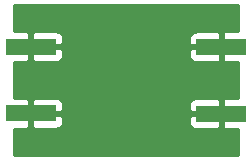
<source format=gbl>
%TF.GenerationSoftware,KiCad,Pcbnew,(5.1.10)-1*%
%TF.CreationDate,2021-10-03T13:09:16-04:00*%
%TF.ProjectId,ATTEN1,41545445-4e31-42e6-9b69-6361645f7063,rev?*%
%TF.SameCoordinates,Original*%
%TF.FileFunction,Copper,L2,Bot*%
%TF.FilePolarity,Positive*%
%FSLAX46Y46*%
G04 Gerber Fmt 4.6, Leading zero omitted, Abs format (unit mm)*
G04 Created by KiCad (PCBNEW (5.1.10)-1) date 2021-10-03 13:09:16*
%MOMM*%
%LPD*%
G01*
G04 APERTURE LIST*
%TA.AperFunction,SMDPad,CuDef*%
%ADD10R,4.200000X1.350000*%
%TD*%
%TA.AperFunction,ViaPad*%
%ADD11C,0.800000*%
%TD*%
%TA.AperFunction,Conductor*%
%ADD12C,0.254000*%
%TD*%
%TA.AperFunction,Conductor*%
%ADD13C,0.100000*%
%TD*%
G04 APERTURE END LIST*
D10*
%TO.P,P1,2*%
%TO.N,/G03*%
X30048200Y-32670000D03*
X30048200Y-27020000D03*
%TD*%
%TO.P,P6,2*%
%TO.N,/G03*%
X46151800Y-32695400D03*
X46151800Y-27045400D03*
%TD*%
D11*
%TO.N,/G03*%
X34290000Y-25400000D03*
X41910000Y-25400000D03*
X41910000Y-34290000D03*
X34290000Y-34290000D03*
X34239200Y-27736800D03*
X34340800Y-32004000D03*
X41884600Y-32004000D03*
X41910000Y-27686000D03*
X30607000Y-24587200D03*
X45669200Y-24638000D03*
X45669200Y-35179000D03*
X30556200Y-35179000D03*
X37134800Y-32156400D03*
X39217600Y-27559000D03*
%TD*%
D12*
%TO.N,/G03*%
X47600001Y-25733432D02*
X46437550Y-25735400D01*
X46278800Y-25894150D01*
X46278800Y-26918400D01*
X46298800Y-26918400D01*
X46298800Y-27172400D01*
X46278800Y-27172400D01*
X46278800Y-28196650D01*
X46437550Y-28355400D01*
X47600001Y-28357368D01*
X47600000Y-31383432D01*
X46437550Y-31385400D01*
X46278800Y-31544150D01*
X46278800Y-32568400D01*
X46298800Y-32568400D01*
X46298800Y-32822400D01*
X46278800Y-32822400D01*
X46278800Y-33846650D01*
X46437550Y-34005400D01*
X47600000Y-34007368D01*
X47600000Y-36170000D01*
X28600000Y-36170000D01*
X28600000Y-33981968D01*
X29762450Y-33980000D01*
X29921200Y-33821250D01*
X29921200Y-32797000D01*
X30175200Y-32797000D01*
X30175200Y-33821250D01*
X30333950Y-33980000D01*
X32148200Y-33983072D01*
X32272682Y-33970812D01*
X32392380Y-33934502D01*
X32502694Y-33875537D01*
X32599385Y-33796185D01*
X32678737Y-33699494D01*
X32737702Y-33589180D01*
X32774012Y-33469482D01*
X32783770Y-33370400D01*
X43413728Y-33370400D01*
X43425988Y-33494882D01*
X43462298Y-33614580D01*
X43521263Y-33724894D01*
X43600615Y-33821585D01*
X43697306Y-33900937D01*
X43807620Y-33959902D01*
X43927318Y-33996212D01*
X44051800Y-34008472D01*
X45866050Y-34005400D01*
X46024800Y-33846650D01*
X46024800Y-32822400D01*
X43575550Y-32822400D01*
X43416800Y-32981150D01*
X43413728Y-33370400D01*
X32783770Y-33370400D01*
X32786272Y-33345000D01*
X32783200Y-32955750D01*
X32624450Y-32797000D01*
X30175200Y-32797000D01*
X29921200Y-32797000D01*
X29901200Y-32797000D01*
X29901200Y-32543000D01*
X29921200Y-32543000D01*
X29921200Y-31518750D01*
X30175200Y-31518750D01*
X30175200Y-32543000D01*
X32624450Y-32543000D01*
X32783200Y-32384250D01*
X32786071Y-32020400D01*
X43413728Y-32020400D01*
X43416800Y-32409650D01*
X43575550Y-32568400D01*
X46024800Y-32568400D01*
X46024800Y-31544150D01*
X45866050Y-31385400D01*
X44051800Y-31382328D01*
X43927318Y-31394588D01*
X43807620Y-31430898D01*
X43697306Y-31489863D01*
X43600615Y-31569215D01*
X43521263Y-31665906D01*
X43462298Y-31776220D01*
X43425988Y-31895918D01*
X43413728Y-32020400D01*
X32786071Y-32020400D01*
X32786272Y-31995000D01*
X32774012Y-31870518D01*
X32737702Y-31750820D01*
X32678737Y-31640506D01*
X32599385Y-31543815D01*
X32502694Y-31464463D01*
X32392380Y-31405498D01*
X32272682Y-31369188D01*
X32148200Y-31356928D01*
X30333950Y-31360000D01*
X30175200Y-31518750D01*
X29921200Y-31518750D01*
X29762450Y-31360000D01*
X28600000Y-31358032D01*
X28600000Y-28331968D01*
X29762450Y-28330000D01*
X29921200Y-28171250D01*
X29921200Y-27147000D01*
X30175200Y-27147000D01*
X30175200Y-28171250D01*
X30333950Y-28330000D01*
X32148200Y-28333072D01*
X32272682Y-28320812D01*
X32392380Y-28284502D01*
X32502694Y-28225537D01*
X32599385Y-28146185D01*
X32678737Y-28049494D01*
X32737702Y-27939180D01*
X32774012Y-27819482D01*
X32783770Y-27720400D01*
X43413728Y-27720400D01*
X43425988Y-27844882D01*
X43462298Y-27964580D01*
X43521263Y-28074894D01*
X43600615Y-28171585D01*
X43697306Y-28250937D01*
X43807620Y-28309902D01*
X43927318Y-28346212D01*
X44051800Y-28358472D01*
X45866050Y-28355400D01*
X46024800Y-28196650D01*
X46024800Y-27172400D01*
X43575550Y-27172400D01*
X43416800Y-27331150D01*
X43413728Y-27720400D01*
X32783770Y-27720400D01*
X32786272Y-27695000D01*
X32783200Y-27305750D01*
X32624450Y-27147000D01*
X30175200Y-27147000D01*
X29921200Y-27147000D01*
X29901200Y-27147000D01*
X29901200Y-26893000D01*
X29921200Y-26893000D01*
X29921200Y-25868750D01*
X30175200Y-25868750D01*
X30175200Y-26893000D01*
X32624450Y-26893000D01*
X32783200Y-26734250D01*
X32786071Y-26370400D01*
X43413728Y-26370400D01*
X43416800Y-26759650D01*
X43575550Y-26918400D01*
X46024800Y-26918400D01*
X46024800Y-25894150D01*
X45866050Y-25735400D01*
X44051800Y-25732328D01*
X43927318Y-25744588D01*
X43807620Y-25780898D01*
X43697306Y-25839863D01*
X43600615Y-25919215D01*
X43521263Y-26015906D01*
X43462298Y-26126220D01*
X43425988Y-26245918D01*
X43413728Y-26370400D01*
X32786071Y-26370400D01*
X32786272Y-26345000D01*
X32774012Y-26220518D01*
X32737702Y-26100820D01*
X32678737Y-25990506D01*
X32599385Y-25893815D01*
X32502694Y-25814463D01*
X32392380Y-25755498D01*
X32272682Y-25719188D01*
X32148200Y-25706928D01*
X30333950Y-25710000D01*
X30175200Y-25868750D01*
X29921200Y-25868750D01*
X29762450Y-25710000D01*
X28600000Y-25708032D01*
X28600000Y-23520000D01*
X47600001Y-23520000D01*
X47600001Y-25733432D01*
%TA.AperFunction,Conductor*%
D13*
G36*
X47600001Y-25733432D02*
G01*
X46437550Y-25735400D01*
X46278800Y-25894150D01*
X46278800Y-26918400D01*
X46298800Y-26918400D01*
X46298800Y-27172400D01*
X46278800Y-27172400D01*
X46278800Y-28196650D01*
X46437550Y-28355400D01*
X47600001Y-28357368D01*
X47600000Y-31383432D01*
X46437550Y-31385400D01*
X46278800Y-31544150D01*
X46278800Y-32568400D01*
X46298800Y-32568400D01*
X46298800Y-32822400D01*
X46278800Y-32822400D01*
X46278800Y-33846650D01*
X46437550Y-34005400D01*
X47600000Y-34007368D01*
X47600000Y-36170000D01*
X28600000Y-36170000D01*
X28600000Y-33981968D01*
X29762450Y-33980000D01*
X29921200Y-33821250D01*
X29921200Y-32797000D01*
X30175200Y-32797000D01*
X30175200Y-33821250D01*
X30333950Y-33980000D01*
X32148200Y-33983072D01*
X32272682Y-33970812D01*
X32392380Y-33934502D01*
X32502694Y-33875537D01*
X32599385Y-33796185D01*
X32678737Y-33699494D01*
X32737702Y-33589180D01*
X32774012Y-33469482D01*
X32783770Y-33370400D01*
X43413728Y-33370400D01*
X43425988Y-33494882D01*
X43462298Y-33614580D01*
X43521263Y-33724894D01*
X43600615Y-33821585D01*
X43697306Y-33900937D01*
X43807620Y-33959902D01*
X43927318Y-33996212D01*
X44051800Y-34008472D01*
X45866050Y-34005400D01*
X46024800Y-33846650D01*
X46024800Y-32822400D01*
X43575550Y-32822400D01*
X43416800Y-32981150D01*
X43413728Y-33370400D01*
X32783770Y-33370400D01*
X32786272Y-33345000D01*
X32783200Y-32955750D01*
X32624450Y-32797000D01*
X30175200Y-32797000D01*
X29921200Y-32797000D01*
X29901200Y-32797000D01*
X29901200Y-32543000D01*
X29921200Y-32543000D01*
X29921200Y-31518750D01*
X30175200Y-31518750D01*
X30175200Y-32543000D01*
X32624450Y-32543000D01*
X32783200Y-32384250D01*
X32786071Y-32020400D01*
X43413728Y-32020400D01*
X43416800Y-32409650D01*
X43575550Y-32568400D01*
X46024800Y-32568400D01*
X46024800Y-31544150D01*
X45866050Y-31385400D01*
X44051800Y-31382328D01*
X43927318Y-31394588D01*
X43807620Y-31430898D01*
X43697306Y-31489863D01*
X43600615Y-31569215D01*
X43521263Y-31665906D01*
X43462298Y-31776220D01*
X43425988Y-31895918D01*
X43413728Y-32020400D01*
X32786071Y-32020400D01*
X32786272Y-31995000D01*
X32774012Y-31870518D01*
X32737702Y-31750820D01*
X32678737Y-31640506D01*
X32599385Y-31543815D01*
X32502694Y-31464463D01*
X32392380Y-31405498D01*
X32272682Y-31369188D01*
X32148200Y-31356928D01*
X30333950Y-31360000D01*
X30175200Y-31518750D01*
X29921200Y-31518750D01*
X29762450Y-31360000D01*
X28600000Y-31358032D01*
X28600000Y-28331968D01*
X29762450Y-28330000D01*
X29921200Y-28171250D01*
X29921200Y-27147000D01*
X30175200Y-27147000D01*
X30175200Y-28171250D01*
X30333950Y-28330000D01*
X32148200Y-28333072D01*
X32272682Y-28320812D01*
X32392380Y-28284502D01*
X32502694Y-28225537D01*
X32599385Y-28146185D01*
X32678737Y-28049494D01*
X32737702Y-27939180D01*
X32774012Y-27819482D01*
X32783770Y-27720400D01*
X43413728Y-27720400D01*
X43425988Y-27844882D01*
X43462298Y-27964580D01*
X43521263Y-28074894D01*
X43600615Y-28171585D01*
X43697306Y-28250937D01*
X43807620Y-28309902D01*
X43927318Y-28346212D01*
X44051800Y-28358472D01*
X45866050Y-28355400D01*
X46024800Y-28196650D01*
X46024800Y-27172400D01*
X43575550Y-27172400D01*
X43416800Y-27331150D01*
X43413728Y-27720400D01*
X32783770Y-27720400D01*
X32786272Y-27695000D01*
X32783200Y-27305750D01*
X32624450Y-27147000D01*
X30175200Y-27147000D01*
X29921200Y-27147000D01*
X29901200Y-27147000D01*
X29901200Y-26893000D01*
X29921200Y-26893000D01*
X29921200Y-25868750D01*
X30175200Y-25868750D01*
X30175200Y-26893000D01*
X32624450Y-26893000D01*
X32783200Y-26734250D01*
X32786071Y-26370400D01*
X43413728Y-26370400D01*
X43416800Y-26759650D01*
X43575550Y-26918400D01*
X46024800Y-26918400D01*
X46024800Y-25894150D01*
X45866050Y-25735400D01*
X44051800Y-25732328D01*
X43927318Y-25744588D01*
X43807620Y-25780898D01*
X43697306Y-25839863D01*
X43600615Y-25919215D01*
X43521263Y-26015906D01*
X43462298Y-26126220D01*
X43425988Y-26245918D01*
X43413728Y-26370400D01*
X32786071Y-26370400D01*
X32786272Y-26345000D01*
X32774012Y-26220518D01*
X32737702Y-26100820D01*
X32678737Y-25990506D01*
X32599385Y-25893815D01*
X32502694Y-25814463D01*
X32392380Y-25755498D01*
X32272682Y-25719188D01*
X32148200Y-25706928D01*
X30333950Y-25710000D01*
X30175200Y-25868750D01*
X29921200Y-25868750D01*
X29762450Y-25710000D01*
X28600000Y-25708032D01*
X28600000Y-23520000D01*
X47600001Y-23520000D01*
X47600001Y-25733432D01*
G37*
%TD.AperFunction*%
%TD*%
M02*

</source>
